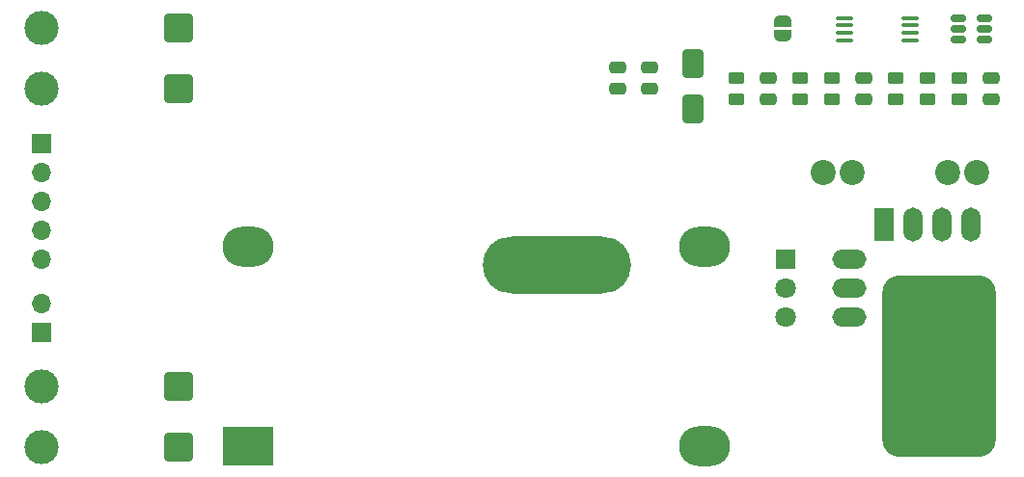
<source format=gts>
%TF.GenerationSoftware,KiCad,Pcbnew,8.0.4*%
%TF.CreationDate,2024-09-16T22:07:11+05:30*%
%TF.ProjectId,mmeshtastic-pcb,6d6d6573-6874-4617-9374-69632d706362,rev?*%
%TF.SameCoordinates,Original*%
%TF.FileFunction,Soldermask,Top*%
%TF.FilePolarity,Negative*%
%FSLAX46Y46*%
G04 Gerber Fmt 4.6, Leading zero omitted, Abs format (unit mm)*
G04 Created by KiCad (PCBNEW 8.0.4) date 2024-09-16 22:07:11*
%MOMM*%
%LPD*%
G01*
G04 APERTURE LIST*
G04 Aperture macros list*
%AMRoundRect*
0 Rectangle with rounded corners*
0 $1 Rounding radius*
0 $2 $3 $4 $5 $6 $7 $8 $9 X,Y pos of 4 corners*
0 Add a 4 corners polygon primitive as box body*
4,1,4,$2,$3,$4,$5,$6,$7,$8,$9,$2,$3,0*
0 Add four circle primitives for the rounded corners*
1,1,$1+$1,$2,$3*
1,1,$1+$1,$4,$5*
1,1,$1+$1,$6,$7*
1,1,$1+$1,$8,$9*
0 Add four rect primitives between the rounded corners*
20,1,$1+$1,$2,$3,$4,$5,0*
20,1,$1+$1,$4,$5,$6,$7,0*
20,1,$1+$1,$6,$7,$8,$9,0*
20,1,$1+$1,$8,$9,$2,$3,0*%
%AMFreePoly0*
4,1,19,0.500000,-0.750000,0.000000,-0.750000,0.000000,-0.744911,-0.071157,-0.744911,-0.207708,-0.704816,-0.327430,-0.627875,-0.420627,-0.520320,-0.479746,-0.390866,-0.500000,-0.250000,-0.500000,0.250000,-0.479746,0.390866,-0.420627,0.520320,-0.327430,0.627875,-0.207708,0.704816,-0.071157,0.744911,0.000000,0.744911,0.000000,0.750000,0.500000,0.750000,0.500000,-0.750000,0.500000,-0.750000,
$1*%
%AMFreePoly1*
4,1,19,0.000000,0.744911,0.071157,0.744911,0.207708,0.704816,0.327430,0.627875,0.420627,0.520320,0.479746,0.390866,0.500000,0.250000,0.500000,-0.250000,0.479746,-0.390866,0.420627,-0.520320,0.327430,-0.627875,0.207708,-0.704816,0.071157,-0.744911,0.000000,-0.744911,0.000000,-0.750000,-0.500000,-0.750000,-0.500000,0.750000,0.000000,0.750000,0.000000,0.744911,0.000000,0.744911,
$1*%
G04 Aperture macros list end*
%ADD10R,1.700000X3.000000*%
%ADD11O,1.700000X3.000000*%
%ADD12O,3.000000X1.700000*%
%ADD13C,1.200000*%
%ADD14RoundRect,1.640420X3.359580X6.359580X-3.359580X6.359580X-3.359580X-6.359580X3.359580X-6.359580X0*%
%ADD15RoundRect,0.250000X-0.450000X0.262500X-0.450000X-0.262500X0.450000X-0.262500X0.450000X0.262500X0*%
%ADD16C,3.000000*%
%ADD17RoundRect,0.312500X-0.937500X0.937500X-0.937500X-0.937500X0.937500X-0.937500X0.937500X0.937500X0*%
%ADD18C,2.200000*%
%ADD19R,1.700000X1.700000*%
%ADD20O,1.700000X1.700000*%
%ADD21RoundRect,0.250000X0.450000X-0.262500X0.450000X0.262500X-0.450000X0.262500X-0.450000X-0.262500X0*%
%ADD22RoundRect,0.250000X-0.475000X0.250000X-0.475000X-0.250000X0.475000X-0.250000X0.475000X0.250000X0*%
%ADD23FreePoly0,90.000000*%
%ADD24FreePoly1,90.000000*%
%ADD25RoundRect,0.250000X0.475000X-0.250000X0.475000X0.250000X-0.475000X0.250000X-0.475000X-0.250000X0*%
%ADD26O,13.000000X5.000000*%
%ADD27O,4.500000X3.500000*%
%ADD28R,4.500000X3.500000*%
%ADD29RoundRect,0.100000X-0.637500X-0.100000X0.637500X-0.100000X0.637500X0.100000X-0.637500X0.100000X0*%
%ADD30R,1.800000X1.800000*%
%ADD31C,1.800000*%
%ADD32RoundRect,0.250000X-0.650000X1.000000X-0.650000X-1.000000X0.650000X-1.000000X0.650000X1.000000X0*%
%ADD33RoundRect,0.150000X-0.512500X-0.150000X0.512500X-0.150000X0.512500X0.150000X-0.512500X0.150000X0*%
G04 APERTURE END LIST*
D10*
%TO.C,U2*%
X128524000Y-88400000D03*
D11*
X131064000Y-88400000D03*
X136144000Y-88400000D03*
X133604000Y-88400000D03*
D12*
X125484000Y-96520000D03*
X125484000Y-91440000D03*
X125484000Y-93980000D03*
D13*
X137160000Y-107188000D03*
X137160000Y-104648000D03*
X137160000Y-102108000D03*
X137160000Y-99568000D03*
X137160000Y-97028000D03*
X137160000Y-94488000D03*
X134620000Y-107188000D03*
X134620000Y-104648000D03*
X134620000Y-102108000D03*
X134620000Y-99568000D03*
X134620000Y-97028000D03*
X134620000Y-94488000D03*
D14*
X133350000Y-100838000D03*
D13*
X132080000Y-107188000D03*
X132080000Y-104648000D03*
X132080000Y-102108000D03*
X132080000Y-99568000D03*
X132080000Y-97028000D03*
X132080000Y-94488000D03*
X129540000Y-107188000D03*
X129540000Y-104648000D03*
X129540000Y-102108000D03*
X129540000Y-99568000D03*
X129540000Y-97028000D03*
X129540000Y-94488000D03*
%TD*%
D15*
%TO.C,R6*%
X121158000Y-75541500D03*
X121158000Y-77366500D03*
%TD*%
D16*
%TO.C,TP2*%
X54610000Y-107950000D03*
D17*
X66610000Y-107950000D03*
%TD*%
D18*
%TO.C,JP2*%
X136652000Y-83820000D03*
X134112000Y-83820000D03*
%TD*%
D15*
%TO.C,R4*%
X123952000Y-75541500D03*
X123952000Y-77366500D03*
%TD*%
D19*
%TO.C,J1*%
X54610000Y-81280000D03*
D20*
X54610000Y-83820000D03*
X54610000Y-86360000D03*
X54610000Y-88900000D03*
X54610000Y-91440000D03*
%TD*%
D21*
%TO.C,R5*%
X115570000Y-77366500D03*
X115570000Y-75541500D03*
%TD*%
D22*
%TO.C,C1*%
X137922000Y-75504000D03*
X137922000Y-77404000D03*
%TD*%
D21*
%TO.C,R3*%
X129540000Y-77366500D03*
X129540000Y-75541500D03*
%TD*%
D23*
%TO.C,JP3*%
X119634000Y-71770000D03*
D24*
X119634000Y-70470000D03*
%TD*%
D15*
%TO.C,R1*%
X132334000Y-75541500D03*
X132334000Y-77366500D03*
%TD*%
D19*
%TO.C,J2*%
X54585000Y-97897000D03*
D20*
X54585000Y-95357000D03*
%TD*%
D22*
%TO.C,C2*%
X126746000Y-75504000D03*
X126746000Y-77404000D03*
%TD*%
D25*
%TO.C,C4*%
X105156000Y-76454000D03*
X105156000Y-74554000D03*
%TD*%
D16*
%TO.C,TP1*%
X54577000Y-102616000D03*
D17*
X66577000Y-102616000D03*
%TD*%
D25*
%TO.C,C5*%
X107950000Y-76454000D03*
X107950000Y-74554000D03*
%TD*%
D22*
%TO.C,C3*%
X118364000Y-75504000D03*
X118364000Y-77404000D03*
%TD*%
D21*
%TO.C,R2*%
X135128000Y-77366500D03*
X135128000Y-75541500D03*
%TD*%
D26*
%TO.C,U3*%
X99822000Y-91948000D03*
D27*
X72710000Y-90310000D03*
D28*
X72710000Y-107810000D03*
D27*
X112710000Y-107810000D03*
X112710000Y-90310000D03*
%TD*%
D18*
%TO.C,JP1*%
X123190000Y-83820000D03*
X125730000Y-83820000D03*
%TD*%
D16*
%TO.C,TP4*%
X54610000Y-71120000D03*
D17*
X66610000Y-71120000D03*
%TD*%
D16*
%TO.C,TP3*%
X54577000Y-76454000D03*
D17*
X66577000Y-76454000D03*
%TD*%
D29*
%TO.C,Q1*%
X125026500Y-70216000D03*
X125026500Y-70866000D03*
X125026500Y-71516000D03*
X125026500Y-72166000D03*
X130751500Y-72166000D03*
X130751500Y-71516000D03*
X130751500Y-70866000D03*
X130751500Y-70216000D03*
%TD*%
D30*
%TO.C,D1*%
X119888000Y-91440000D03*
D31*
X119888000Y-93980000D03*
X119888000Y-96520000D03*
%TD*%
D32*
%TO.C,D2*%
X111760000Y-74200000D03*
X111760000Y-78200000D03*
%TD*%
D33*
%TO.C,U1*%
X135006500Y-70241000D03*
X135006500Y-71191000D03*
X135006500Y-72141000D03*
X137281500Y-72141000D03*
X137281500Y-71191000D03*
X137281500Y-70241000D03*
%TD*%
M02*

</source>
